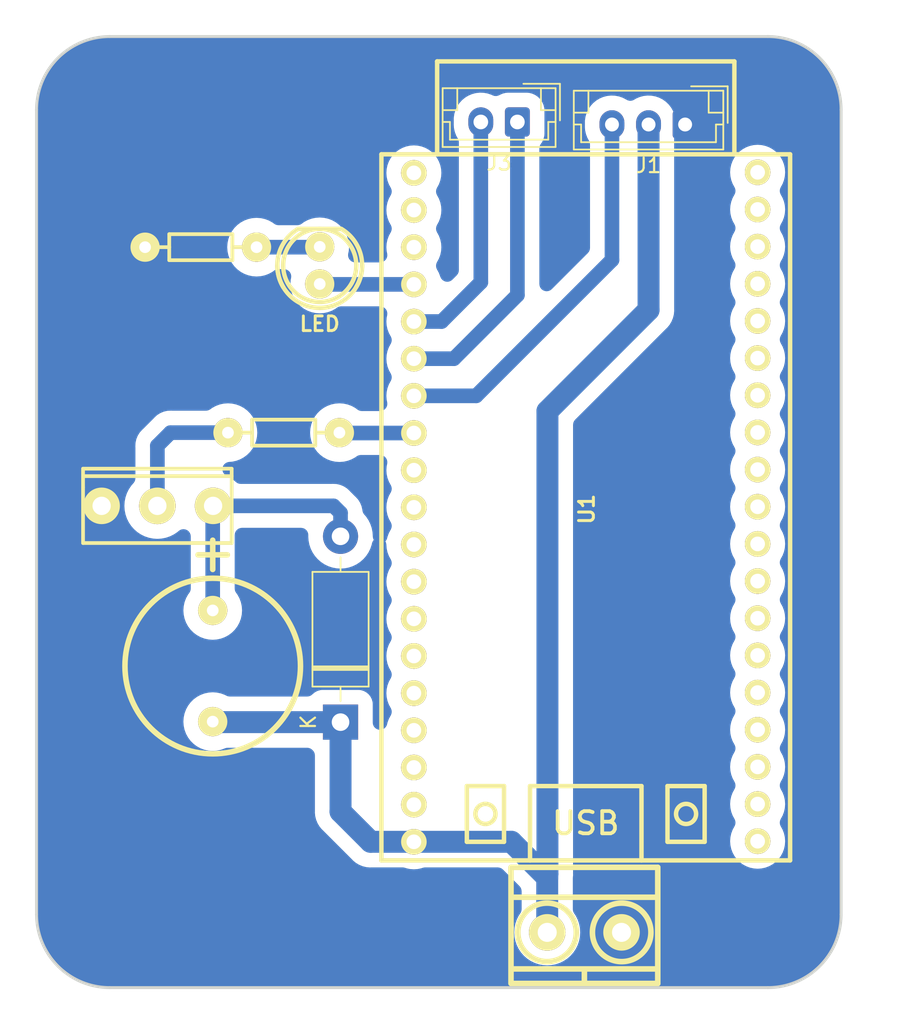
<source format=kicad_pcb>
(kicad_pcb (version 20221018) (generator pcbnew)
  (layers (0 "F.Cu" signal) (31 "B.Cu" signal) (34 "B.Paste" user) (35 "F.Paste" user) (36 "B.SilkS" user "B.Silkscreen") (37 "F.SilkS" user "F.Silkscreen") (38 "B.Mask" user) (39 "F.Mask" user) (44 "Edge.Cuts" user))
  (net 0 "")
  (net 1 "+5V")
  (net 2 "Net-(BZ1--)")
  (net 3 "/LED")
  (net 4 "Net-(D1-A)")
  (net 5 "GND")
  (net 6 "/SENSOR_W")
  (net 7 "/M2")
  (net 8 "/M1")
  (net 9 "Net-(Q1-B)")
  (net 10 "/BUZZER")
  (footprint "EESTN5:led_5mm_green" (layer "F.Cu") (at 206.8576 75.6412 180)
    (fp_text reference "D1" hide)
    (fp_text value "LED" (at 0 -4) (layer "F.SilkS") (effects (font (thickness 0.2))))
    (fp_line (start -1.47066 2.49936) (end 1.47066 2.49936) (stroke (width 0.29972)) (layer "F.SilkS"))
    (fp_arc (start -2.90068 0) (mid -2.05109 -2.05109) (end 0 -2.90068) (stroke (width 0.29972)) (layer "F.SilkS"))
    (fp_arc (start -1.47066 2.49936) (mid -2.807228 0.727401) (end -2.49936 -1.47066) (stroke (width 0.29972)) (layer "F.SilkS"))
    (fp_arc (start 0 -2.90068) (mid 2.05109 -2.05109) (end 2.90068 0) (stroke (width 0.29972)) (layer "F.SilkS"))
    (fp_arc (start 2.4892 -1.49098) (mid 2.814412 0.705848) (end 1.49098 2.4892) (stroke (width 0.29972)) (layer "F.SilkS"))
    (fp_circle (center 0 0) (end -2.49936 0) (stroke (width 0.29972)) (fill none) (layer "F.SilkS"))
    (pad "1" thru_hole circle (at 0 -1.27 180) (size 1.99898 1.99898) (drill 0.8001) (layers "*.Cu" "*.Mask" "F.SilkS") (net 3 "/LED"))
    (pad "2" thru_hole circle (at 0 1.27 180) (size 1.99898 1.99898) (drill 0.8001) (layers "*.Cu" "*.Mask" "F.SilkS") (net 4 "Net-(D1-A)"))
  )
  (footprint "EESTN5:ESP32_DEVKITC" (layer "F.Cu") (at 225.044 92.1766 -90)
    (fp_text reference "U1" (at 0.127 -0.0635 90) (layer "F.SilkS") (effects (font (size 1.016 1.016) (thickness 0.2032))))
    (fp_text value "ESP32_DEVKITC" hide)
    (fp_text user "USB" (at 21.59 0) (layer "F.SilkS") (effects (font (size 1.524 1.524) (thickness 0.254))))
    (fp_line (start -30.48 -10.16) (end -30.48 10.16) (stroke (width 0.3048)) (layer "F.SilkS"))
    (fp_line (start -30.48 -10.16) (end -24.13 -10.16) (stroke (width 0.3048)) (layer "F.SilkS"))
    (fp_line (start -30.48 10.16) (end -24.13 10.16) (stroke (width 0.3048)) (layer "F.SilkS"))
    (fp_line (start -24.13 -13.97) (end -24.13 13.97) (stroke (width 0.3048)) (layer "F.SilkS"))
    (fp_line (start -24.13 -13.97) (end 24.13 -13.97) (stroke (width 0.3048)) (layer "F.SilkS"))
    (fp_line (start 19.05 -8.128) (end 19.05 -5.588) (stroke (width 0.3048)) (layer "F.SilkS"))
    (fp_line (start 19.05 -5.588) (end 22.86 -5.588) (stroke (width 0.3048)) (layer "F.SilkS"))
    (fp_line (start 19.05 -3.81) (end 19.05 3.81) (stroke (width 0.3048)) (layer "F.SilkS"))
    (fp_line (start 19.05 3.81) (end 24.13 3.81) (stroke (width 0.3048)) (layer "F.SilkS"))
    (fp_line (start 19.05 5.588) (end 22.86 5.588) (stroke (width 0.3048)) (layer "F.SilkS"))
    (fp_line (start 19.05 8.128) (end 19.05 5.588) (stroke (width 0.3048)) (layer "F.SilkS"))
    (fp_line (start 22.86 -8.128) (end 19.05 -8.128) (stroke (width 0.3048)) (layer "F.SilkS"))
    (fp_line (start 22.86 -5.588) (end 22.86 -8.128) (stroke (width 0.3048)) (layer "F.SilkS"))
    (fp_line (start 22.86 5.588) (end 22.86 8.128) (stroke (width 0.3048)) (layer "F.SilkS"))
    (fp_line (start 22.86 8.128) (end 19.05 8.128) (stroke (width 0.3048)) (layer "F.SilkS"))
    (fp_line (start 24.13 -3.81) (end 19.05 -3.81) (stroke (width 0.3048)) (layer "F.SilkS"))
    (fp_line (start 24.13 13.97) (end -24.13 13.97) (stroke (width 0.3048)) (layer "F.SilkS"))
    (fp_line (start 24.13 13.97) (end 24.13 -13.97) (stroke (width 0.3048)) (layer "F.SilkS"))
    (fp_circle (center 20.955 -6.858) (end 21.5265 -6.477) (stroke (width 0.3048)) (fill none) (layer "F.SilkS"))
    (fp_circle (center 20.955 6.858) (end 21.5265 7.239) (stroke (width 0.3048)) (fill none) (layer "F.SilkS"))
    (pad "1" thru_hole circle (at -22.86 11.75 270) (size 1.75 1.75) (drill 1) (layers "*.Cu" "*.Mask" "F.SilkS"))
    (pad "2" thru_hole circle (at -20.32 11.75 270) (size 1.75 1.75) (drill 1) (layers "*.Cu" "*.Mask" "F.SilkS"))
    (pad "3" thru_hole circle (at -17.78 11.75 270) (size 1.75 1.75) (drill 1) (layers "*.Cu" "*.Mask" "F.SilkS"))
    (pad "4" thru_hole circle (at -15.24 11.75 270) (size 1.75 1.75) (drill 1) (layers "*.Cu" "*.Mask" "F.SilkS") (net 3 "/LED"))
    (pad "5" thru_hole circle (at -12.7 11.75 270) (size 1.75 1.75) (drill 1) (layers "*.Cu" "*.Mask" "F.SilkS") (net 8 "/M1"))
    (pad "6" thru_hole circle (at -10.16 11.75 270) (size 1.75 1.75) (drill 1) (layers "*.Cu" "*.Mask" "F.SilkS") (net 7 "/M2"))
    (pad "7" thru_hole circle (at -7.62 11.75 270) (size 1.75 1.75) (drill 1) (layers "*.Cu" "*.Mask" "F.SilkS") (net 6 "/SENSOR_W"))
    (pad "8" thru_hole circle (at -5.08 11.75 270) (size 1.75 1.75) (drill 1) (layers "*.Cu" "*.Mask" "F.SilkS") (net 10 "/BUZZER"))
    (pad "9" thru_hole circle (at -2.54 11.75 270) (size 1.75 1.75) (drill 1) (layers "*.Cu" "*.Mask" "F.SilkS"))
    (pad "10" thru_hole circle (at 0 11.75 270) (size 1.75 1.75) (drill 1) (layers "*.Cu" "*.Mask" "F.SilkS"))
    (pad "11" thru_hole circle (at 2.54 11.75 270) (size 1.75 1.75) (drill 1) (layers "*.Cu" "*.Mask" "F.SilkS"))
    (pad "12" thru_hole circle (at 5.08 11.75 270) (size 1.75 1.75) (drill 1) (layers "*.Cu" "*.Mask" "F.SilkS"))
    (pad "13" thru_hole circle (at 7.62 11.75 270) (size 1.75 1.75) (drill 1) (layers "*.Cu" "*.Mask" "F.SilkS"))
    (pad "14" thru_hole circle (at 10.16 11.75 270) (size 1.75 1.75) (drill 1) (layers "*.Cu" "*.Mask" "F.SilkS"))
    (pad "15" thru_hole circle (at 12.7 11.75 270) (size 1.75 1.75) (drill 1) (layers "*.Cu" "*.Mask" "F.SilkS"))
    (pad "16" thru_hole circle (at 15.24 11.75 270) (size 1.75 1.75) (drill 1) (layers "*.Cu" "*.Mask" "F.SilkS"))
    (pad "17" thru_hole circle (at 17.78 11.75 270) (size 1.75 1.75) (drill 1) (layers "*.Cu" "*.Mask" "F.SilkS"))
    (pad "18" thru_hole circle (at 20.32 11.75 270) (size 1.75 1.75) (drill 1) (layers "*.Cu" "*.Mask" "F.SilkS"))
    (pad "19" thru_hole circle (at 22.86 11.75 270) (size 1.75 1.75) (drill 1) (layers "*.Cu" "*.Mask" "F.SilkS") (net 1 "+5V"))
    (pad "20" thru_hole circle (at 22.82 -11.75 90) (size 1.75 1.75) (drill 1) (layers "*.Cu" "*.Mask" "F.SilkS"))
    (pad "21" thru_hole circle (at 20.28 -11.75 90) (size 1.75 1.75) (drill 1) (layers "*.Cu" "*.Mask" "F.SilkS"))
    (pad "22" thru_hole circle (at 17.74 -11.75 90) (size 1.75 1.75) (drill 1) (layers "*.Cu" "*.Mask" "F.SilkS"))
    (pad "23" thru_hole circle (at 15.2 -11.75 90) (size 1.75 1.75) (drill 1) (layers "*.Cu" "*.Mask" "F.SilkS"))
    (pad "24" thru_hole circle (at 12.66 -11.75 90) (size 1.75 1.75) (drill 1) (layers "*.Cu" "*.Mask" "F.SilkS"))
    (pad "25" thru_hole circle (at 10.12 -11.75 90) (size 1.75 1.75) (drill 1) (layers "*.Cu" "*.Mask" "F.SilkS"))
    (pad "26" thru_hole circle (at 7.58 -11.75 90) (size 1.75 1.75) (drill 1) (layers "*.Cu" "*.Mask" "F.SilkS"))
    (pad "27" thru_hole circle (at 5.04 -11.75 90) (size 1.75 1.75) (drill 1) (layers "*.Cu" "*.Mask" "F.SilkS"))
    (pad "28" thru_hole circle (at 2.5 -11.75 90) (size 1.75 1.75) (drill 1) (layers "*.Cu" "*.Mask" "F.SilkS"))
    (pad "29" thru_hole circle (at -0.04 -11.75 90) (size 1.75 1.75) (drill 1) (layers "*.Cu" "*.Mask" "F.SilkS"))
    (pad "30" thru_hole circle (at -2.58 -11.75 90) (size 1.75 1.75) (drill 1) (layers "*.Cu" "*.Mask" "F.SilkS"))
    (pad "31" thru_hole circle (at -5.12 -11.75 90) (size 1.75 1.75) (drill 1) (layers "*.Cu" "*.Mask" "F.SilkS"))
    (pad "32" thru_hole circle (at -7.66 -11.75 90) (size 1.75 1.75) (drill 1) (layers "*.Cu" "*.Mask" "F.SilkS"))
    (pad "33" thru_hole circle (at -10.2 -11.75 90) (size 1.75 1.75) (drill 1) (layers "*.Cu" "*.Mask" "F.SilkS"))
    (pad "34" thru_hole circle (at -12.74 -11.75 90) (size 1.75 1.75) (drill 1) (layers "*.Cu" "*.Mask" "F.SilkS"))
    (pad "35" thru_hole circle (at -15.28 -11.75 90) (size 1.75 1.75) (drill 1) (layers "*.Cu" "*.Mask" "F.SilkS"))
    (pad "36" thru_hole circle (at -17.82 -11.75 90) (size 1.75 1.75) (drill 1) (layers "*.Cu" "*.Mask" "F.SilkS"))
    (pad "37" thru_hole circle (at -20.36 -11.75 90) (size 1.75 1.75) (drill 1) (layers "*.Cu" "*.Mask" "F.SilkS"))
    (pad "38" thru_hole circle (at -22.9 -11.75 90) (size 1.75 1.75) (drill 1) (layers "*.Cu" "*.Mask" "F.SilkS"))
  )
  (footprint "EESTN5:RES0.3" (layer "F.Cu") (at 198.729152 74.39406 180)
    (fp_text reference "R1" hide)
    (fp_text value "330" hide)
    (fp_line (start -2.159 -0.889) (end -2.159 0.889) (stroke (width 0.254)) (layer "F.SilkS"))
    (fp_line (start -2.159 0) (end -3.81 0) (stroke (width 0.254)) (layer "F.SilkS"))
    (fp_line (start -2.159 0.889) (end 2.159 0.889) (stroke (width 0.254)) (layer "F.SilkS"))
    (fp_line (start 2.159 -0.889) (end -2.159 -0.889) (stroke (width 0.254)) (layer "F.SilkS"))
    (fp_line (start 2.159 0) (end 3.81 0) (stroke (width 0.254)) (layer "F.SilkS"))
    (fp_line (start 2.159 0.889) (end 2.159 -0.889) (stroke (width 0.254)) (layer "F.SilkS"))
    (pad "1" thru_hole circle (at -3.81 0 180) (size 1.99898 1.99898) (drill 0.8001) (layers "*.Cu" "*.Mask" "F.SilkS") (net 4 "Net-(D1-A)"))
    (pad "2" thru_hole circle (at 3.81 0 180) (size 1.99898 1.99898) (drill 0.8001) (layers "*.Cu" "*.Mask" "F.SilkS") (net 5 "GND"))
  )
  (footprint "Connector_JST:JST_EH_B2B-EH-A_1x02_P2.50mm_Vertical" (layer "F.Cu") (at 220.3704 65.8368 180)
    (fp_text reference "J3" (at 1.25 -2.8) (layer "F.SilkS"))
    (fp_text value "Screw_Terminal_01x02" hide)
    (fp_line (start -2.91 0.11) (end -2.91 2.61) (stroke (width 0.12)) (layer "F.SilkS"))
    (fp_line (start -2.91 2.61) (end -0.41 2.61) (stroke (width 0.12)) (layer "F.SilkS"))
    (fp_line (start -2.61 -1.71) (end -2.61 2.31) (stroke (width 0.12)) (layer "F.SilkS"))
    (fp_line (start -2.61 0) (end -2.11 0) (stroke (width 0.12)) (layer "F.SilkS"))
    (fp_line (start -2.61 0.81) (end -1.61 0.81) (stroke (width 0.12)) (layer "F.SilkS"))
    (fp_line (start -2.61 2.31) (end 5.11 2.31) (stroke (width 0.12)) (layer "F.SilkS"))
    (fp_line (start -2.11 -1.21) (end 4.61 -1.21) (stroke (width 0.12)) (layer "F.SilkS"))
    (fp_line (start -2.11 0) (end -2.11 -1.21) (stroke (width 0.12)) (layer "F.SilkS"))
    (fp_line (start -1.61 0.81) (end -1.61 2.31) (stroke (width 0.12)) (layer "F.SilkS"))
    (fp_line (start 4.11 0.81) (end 4.11 2.31) (stroke (width 0.12)) (layer "F.SilkS"))
    (fp_line (start 4.61 -1.21) (end 4.61 0) (stroke (width 0.12)) (layer "F.SilkS"))
    (fp_line (start 4.61 0) (end 5.11 0) (stroke (width 0.12)) (layer "F.SilkS"))
    (fp_line (start 5.11 -1.71) (end -2.61 -1.71) (stroke (width 0.12)) (layer "F.SilkS"))
    (fp_line (start 5.11 0.81) (end 4.11 0.81) (stroke (width 0.12)) (layer "F.SilkS"))
    (fp_line (start 5.11 2.31) (end 5.11 -1.71) (stroke (width 0.12)) (layer "F.SilkS"))
    (pad "1" thru_hole roundrect (at 0 0 180) (size 1.7 2) (drill 1) (layers "*.Cu" "*.Mask") (roundrect_rratio 0.1470588235) (net 7 "/M2"))
    (pad "2" thru_hole oval (at 2.5 0 180) (size 1.7 2) (drill 1) (layers "*.Cu" "*.Mask") (net 8 "/M1"))
  )
  (footprint "Connector_JST:JST_EH_B3B-EH-A_1x03_P2.50mm_Vertical" (layer "F.Cu") (at 231.8366 66.0098 180)
    (fp_text reference "J1" (at 2.5 -2.8) (layer "F.SilkS"))
    (fp_text value "Conn_01X03" hide)
    (fp_line (start -2.91 0.11) (end -2.91 2.61) (stroke (width 0.12)) (layer "F.SilkS"))
    (fp_line (start -2.91 2.61) (end -0.41 2.61) (stroke (width 0.12)) (layer "F.SilkS"))
    (fp_line (start -2.61 -1.71) (end -2.61 2.31) (stroke (width 0.12)) (layer "F.SilkS"))
    (fp_line (start -2.61 0) (end -2.11 0) (stroke (width 0.12)) (layer "F.SilkS"))
    (fp_line (start -2.61 0.81) (end -1.61 0.81) (stroke (width 0.12)) (layer "F.SilkS"))
    (fp_line (start -2.61 2.31) (end 7.61 2.31) (stroke (width 0.12)) (layer "F.SilkS"))
    (fp_line (start -2.11 -1.21) (end 7.11 -1.21) (stroke (width 0.12)) (layer "F.SilkS"))
    (fp_line (start -2.11 0) (end -2.11 -1.21) (stroke (width 0.12)) (layer "F.SilkS"))
    (fp_line (start -1.61 0.81) (end -1.61 2.31) (stroke (width 0.12)) (layer "F.SilkS"))
    (fp_line (start 6.61 0.81) (end 6.61 2.31) (stroke (width 0.12)) (layer "F.SilkS"))
    (fp_line (start 7.11 -1.21) (end 7.11 0) (stroke (width 0.12)) (layer "F.SilkS"))
    (fp_line (start 7.11 0) (end 7.61 0) (stroke (width 0.12)) (layer "F.SilkS"))
    (fp_line (start 7.61 -1.71) (end -2.61 -1.71) (stroke (width 0.12)) (layer "F.SilkS"))
    (fp_line (start 7.61 0.81) (end 6.61 0.81) (stroke (width 0.12)) (layer "F.SilkS"))
    (fp_line (start 7.61 2.31) (end 7.61 -1.71) (stroke (width 0.12)) (layer "F.SilkS"))
    (pad "1" thru_hole roundrect (at 0 0 180) (size 1.7 1.95) (drill 0.95) (layers "*.Cu" "*.Mask") (roundrect_rratio 0.1470588235) (net 5 "GND"))
    (pad "2" thru_hole oval (at 2.5 0 180) (size 1.7 1.95) (drill 0.95) (layers "*.Cu" "*.Mask") (net 1 "+5V"))
    (pad "3" thru_hole oval (at 5 0 180) (size 1.7 1.95) (drill 0.95) (layers "*.Cu" "*.Mask") (net 6 "/SENSOR_W"))
  )
  (footprint "EESTN5:Buzzer_12mm" (layer "F.Cu") (at 199.5424 103.0224 90)
    (fp_text reference "BZ1" hide)
    (fp_text value "Buzzer" hide)
    (fp_line (start 6.6 0) (end 8.6 0) (stroke (width 0.37846)) (layer "F.SilkS"))
    (fp_line (start 7.6 1) (end 7.6 -1) (stroke (width 0.37846)) (layer "F.SilkS"))
    (fp_circle (center 0 0) (end -6 0) (stroke (width 0.37846)) (fill none) (layer "F.SilkS"))
    (pad "1" thru_hole circle (at 3.8 0 90) (size 2 2) (drill 0.8) (layers "*.Cu" "*.Mask" "F.SilkS") (net 2 "Net-(BZ1--)"))
    (pad "2" thru_hole circle (at -3.8 0 90) (size 2 2) (drill 0.8) (layers "*.Cu" "*.Mask" "F.SilkS") (net 1 "+5V"))
  )
  (footprint "Diode_THT:D_DO-15_P12.70mm_Horizontal" (layer "F.Cu") (at 208.28 106.8578 90)
    (fp_text reference "D2" hide)
    (fp_text value "D" hide)
    (fp_text user "K" (at 0 -2.2 90) (layer "F.SilkS"))
    (fp_line (start 1.44 0) (end 2.43 0) (stroke (width 0.12)) (layer "F.SilkS"))
    (fp_line (start 2.43 -1.92) (end 2.43 1.92) (stroke (width 0.12)) (layer "F.SilkS"))
    (fp_line (start 2.43 1.92) (end 10.27 1.92) (stroke (width 0.12)) (layer "F.SilkS"))
    (fp_line (start 3.57 -1.92) (end 3.57 1.92) (stroke (width 0.12)) (layer "F.SilkS"))
    (fp_line (start 3.69 -1.92) (end 3.69 1.92) (stroke (width 0.12)) (layer "F.SilkS"))
    (fp_line (start 3.81 -1.92) (end 3.81 1.92) (stroke (width 0.12)) (layer "F.SilkS"))
    (fp_line (start 10.27 -1.92) (end 2.43 -1.92) (stroke (width 0.12)) (layer "F.SilkS"))
    (fp_line (start 10.27 1.92) (end 10.27 -1.92) (stroke (width 0.12)) (layer "F.SilkS"))
    (fp_line (start 11.26 0) (end 10.27 0) (stroke (width 0.12)) (layer "F.SilkS"))
    (pad "1" thru_hole rect (at 0 0 90) (size 2.4 2.4) (drill 1.2) (layers "*.Cu" "*.Mask") (net 1 "+5V"))
    (pad "2" thru_hole oval (at 12.7 0 90) (size 2.4 2.4) (drill 1.2) (layers "*.Cu" "*.Mask") (net 2 "Net-(BZ1--)"))
  )
  (footprint "EESTN5:RES0.3" (layer "F.Cu") (at 204.3938 87.0712 180)
    (fp_text reference "R2" hide)
    (fp_text value " 220" hide)
    (fp_line (start -2.159 -0.889) (end -2.159 0.889) (stroke (width 0.254)) (layer "F.SilkS"))
    (fp_line (start -2.159 0) (end -3.81 0) (stroke (width 0.254)) (layer "F.SilkS"))
    (fp_line (start -2.159 0.889) (end 2.159 0.889) (stroke (width 0.254)) (layer "F.SilkS"))
    (fp_line (start 2.159 -0.889) (end -2.159 -0.889) (stroke (width 0.254)) (layer "F.SilkS"))
    (fp_line (start 2.159 0) (end 3.81 0) (stroke (width 0.254)) (layer "F.SilkS"))
    (fp_line (start 2.159 0.889) (end 2.159 -0.889) (stroke (width 0.254)) (layer "F.SilkS"))
    (pad "1" thru_hole circle (at -3.81 0 180) (size 1.99898 1.99898) (drill 0.8001) (layers "*.Cu" "*.Mask" "F.SilkS") (net 10 "/BUZZER"))
    (pad "2" thru_hole circle (at 3.81 0 180) (size 1.99898 1.99898) (drill 0.8001) (layers "*.Cu" "*.Mask" "F.SilkS") (net 9 "Net-(Q1-B)"))
  )
  (footprint "EESTN5:BORNERA2_AZUL" (layer "F.Cu") (at 224.95 121.22625)
    (fp_text reference "J2" hide)
    (fp_text value "TB_1X2" hide)
    (fp_line (start -5.0165 -4.445) (end -5.0165 3.4925) (stroke (width 0.381)) (layer "F.SilkS"))
    (fp_line (start -5 -2.4) (end 5 -2.4) (stroke (width 0.381)) (layer "F.SilkS"))
    (fp_line (start -5 2.5) (end 5 2.5) (stroke (width 0.381)) (layer "F.SilkS"))
    (fp_line (start -4.9835 3.4925) (end 5.0165 3.4925) (stroke (width 0.381)) (layer "F.SilkS"))
    (fp_line (start 0 2.54) (end 0 3.4845) (stroke (width 0.381)) (layer "F.SilkS"))
    (fp_line (start 5.0165 -4.445) (end -4.9835 -4.445) (stroke (width 0.381)) (layer "F.SilkS"))
    (fp_line (start 5.0165 3.4925) (end 5.0165 -4.445) (stroke (width 0.381)) (layer "F.SilkS"))
    (fp_circle (center -2.55 0) (end -0.55 0) (stroke (width 0.381)) (fill none) (layer "F.SilkS"))
    (fp_circle (center 2.55 0) (end 0.55 0) (stroke (width 0.381)) (fill none) (layer "F.SilkS"))
    (pad "1" thru_hole circle (at -2.54 0) (size 2.5 2.5) (drill 1.3) (layers "*.Cu" "*.Mask" "F.SilkS") (net 1 "+5V"))
    (pad "2" thru_hole circle (at 2.54 0) (size 2.5 2.5) (drill 1.3) (layers "*.Cu" "*.Mask" "F.SilkS") (net 5 "GND"))
  )
  (footprint "EESTN5:to220" (layer "F.Cu") (at 195.7578 92.075)
    (fp_text reference "Q1" hide)
    (fp_text value "2N2222" hide)
    (fp_line (start -5.08 -2.54) (end -5.08 -1.27) (stroke (width 0.254)) (layer "F.SilkS"))
    (fp_line (start -5.08 -2.032) (end 5.08 -2.032) (stroke (width 0.254)) (layer "F.SilkS"))
    (fp_line (start -5.08 -1.27) (end -5.08 2.54) (stroke (width 0.254)) (layer "F.SilkS"))
    (fp_line (start -5.08 2.54) (end 5.08 2.54) (stroke (width 0.254)) (layer "F.SilkS"))
    (fp_line (start 5.08 -2.54) (end -5.08 -2.54) (stroke (width 0.254)) (layer "F.SilkS"))
    (fp_line (start 5.08 2.54) (end 5.08 -2.54) (stroke (width 0.254)) (layer "F.SilkS"))
    (pad "1" thru_hole circle (at -3.81 0) (size 2.49936 2.49936) (drill 1.24968) (layers "*.Cu" "*.Mask" "F.SilkS") (net 5 "GND"))
    (pad "2" thru_hole circle (at 0 0) (size 2.49936 2.49936) (drill 1.24968) (layers "*.Cu" "*.Mask" "F.SilkS") (net 9 "Net-(Q1-B)"))
    (pad "3" thru_hole circle (at 3.81 0) (size 2.49936 2.49936) (drill 1.24968) (layers "*.Cu" "*.Mask" "F.SilkS") (net 2 "Net-(BZ1--)"))
  )
  (gr_arc (start 187.5 65) (mid 188.964466 61.464467) (end 192.5 60) (stroke (width 0.2)) (layer "Edge.Cuts"))
  (gr_arc (start 237.5 60) (mid 241.035533 61.464466) (end 242.5 65) (stroke (width 0.2)) (layer "Edge.Cuts"))
  (gr_line (start 237.5 125) (end 192.5 125) (stroke (width 0.2)) (layer "Edge.Cuts"))
  (gr_arc (start 242.5 120) (mid 241.035534 123.535533) (end 237.5 125) (stroke (width 0.2)) (layer "Edge.Cuts"))
  (gr_line (start 242.5 120) (end 242.5 65) (stroke (width 0.2)) (layer "Edge.Cuts"))
  (gr_line (start 237.5 60) (end 192.5 60) (stroke (width 0.2)) (layer "Edge.Cuts"))
  (gr_line (start 187.5 120) (end 187.5 65) (stroke (width 0.2)) (layer "Edge.Cuts"))
  (gr_arc (start 192.5 125) (mid 188.964467 123.535534) (end 187.5 120) (stroke (width 0.2)) (layer "Edge.Cuts"))
  (segment (start 208.28 106.8578) (end 199.5778 106.8578) (width 1.5) (layer "B.Cu") (net 1))
  (segment (start 229.3366 78.6892) (end 222.425 85.6008) (width 1.5) (layer "B.Cu") (net 1))
  (segment (start 229.3366 66.0098) (end 229.3366 78.6892) (width 1.5) (layer "B.Cu") (net 1))
  (segment (start 222.3008 117.3734) (end 222.41 117.4826) (width 1.5) (layer "B.Cu") (net 1))
  (segment (start 222.41 117.4826) (end 222.41 121.22625) (width 1.5) (layer "B.Cu") (net 1))
  (segment (start 222.425 117.2492) (end 222.3008 117.3734) (width 1.5) (layer "B.Cu") (net 1))
  (segment (start 219.964 115.0366) (end 213.294 115.0366) (width 1.5) (layer "B.Cu") (net 1))
  (segment (start 210.3374 115.0366) (end 208.28 112.9792) (width 1.5) (layer "B.Cu") (net 1))
  (segment (start 208.28 112.9792) (end 208.28 106.8578) (width 1.5) (layer "B.Cu") (net 1))
  (segment (start 199.5778 106.8578) (end 199.5424 106.8224) (width 1.5) (layer "B.Cu") (net 1))
  (segment (start 213.294 115.0366) (end 210.3374 115.0366) (width 1.5) (layer "B.Cu") (net 1))
  (segment (start 222.3008 117.3734) (end 219.964 115.0366) (width 1.5) (layer "B.Cu") (net 1))
  (segment (start 222.425 85.6008) (end 222.425 117.2492) (width 1.5) (layer "B.Cu") (net 1))
  (segment (start 199.5424 92.1004) (end 199.5678 92.075) (width 1) (layer "B.Cu") (net 2))
  (segment (start 207.7974 92.075) (end 208.28 92.5576) (width 1) (layer "B.Cu") (net 2))
  (segment (start 208.28 92.5576) (end 208.28 94.1578) (width 1) (layer "B.Cu") (net 2))
  (segment (start 199.5424 99.2224) (end 199.5424 92.1004) (width 1) (layer "B.Cu") (net 2))
  (segment (start 199.5678 92.075) (end 207.7974 92.075) (width 1) (layer "B.Cu") (net 2))
  (segment (start 213.294 76.9366) (end 206.883 76.9366) (width 1) (layer "B.Cu") (net 3))
  (segment (start 206.883 76.9366) (end 206.8576 76.9112) (width 1) (layer "B.Cu") (net 3))
  (segment (start 202.539152 74.39406) (end 206.83474 74.39406) (width 1) (layer "B.Cu") (net 4))
  (segment (start 206.83474 74.39406) (end 206.8576 74.3712) (width 1) (layer "B.Cu") (net 4))
  (segment (start 226.8366 75.271) (end 226.8366 66.0098) (width 1) (layer "B.Cu") (net 6))
  (segment (start 217.551 84.5566) (end 226.8366 75.271) (width 1) (layer "B.Cu") (net 6))
  (segment (start 213.294 84.5566) (end 217.551 84.5566) (width 1) (layer "B.Cu") (net 6))
  (segment (start 220.3704 77.6732) (end 220.3704 65.8368) (width 1) (layer "B.Cu") (net 7))
  (segment (start 213.294 82.0166) (end 216.027 82.0166) (width 1) (layer "B.Cu") (net 7))
  (segment (start 216.027 82.0166) (end 220.3704 77.6732) (width 1) (layer "B.Cu") (net 7))
  (segment (start 213.294 79.4766) (end 215.1888 79.4766) (width 1) (layer "B.Cu") (net 8))
  (segment (start 215.1888 79.4766) (end 217.8704 76.795) (width 1) (layer "B.Cu") (net 8))
  (segment (start 217.8704 76.795) (end 217.8704 65.8368) (width 1) (layer "B.Cu") (net 8))
  (segment (start 196.6538 87.0712) (end 195.7578 87.9672) (width 1) (layer "B.Cu") (net 9))
  (segment (start 195.7578 87.9672) (end 195.7578 92.075) (width 1) (layer "B.Cu") (net 9))
  (segment (start 200.5838 87.0712) (end 196.6538 87.0712) (width 1) (layer "B.Cu") (net 9))
  (segment (start 213.294 87.0966) (end 208.2292 87.0966) (width 1) (layer "B.Cu") (net 10))
  (segment (start 208.2292 87.0966) (end 208.2038 87.0712) (width 1) (layer "B.Cu") (net 10))
  (zone (net 5) (net_name "GND") (layer "B.Cu") (connect_pads yes (clearance 1)) (min_thickness 1) (fill yes (thermal_gap 1) (thermal_bridge_width 1))
    (polygon (pts (xy 185 57.5) (xy 247.5 57.5) (xy 247.5 127.5) (xy 185 127.5)))
  )
)
</source>
